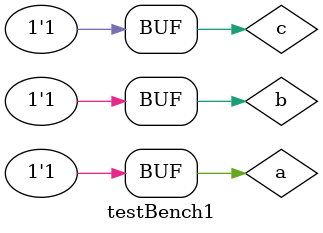
<source format=sv>
`timescale 1ns / 1ps


module testBench1();

logic a, b, c, y;
 // instantiate device under test
 
 myFunction dut(a, b, c, y);
 // apply inputs one at a time
 
 initial begin
 a = 0; b = 0; c = 0; #10;
 c = 1; #10;
 b = 1; c = 0; #10;
 c = 1; #10;
 a = 1; b = 0; c = 0; #10;
 c = 1; #10;
 b = 1; c = 0; #10;
 c = 1; #10;
 
 end
endmodule

</source>
